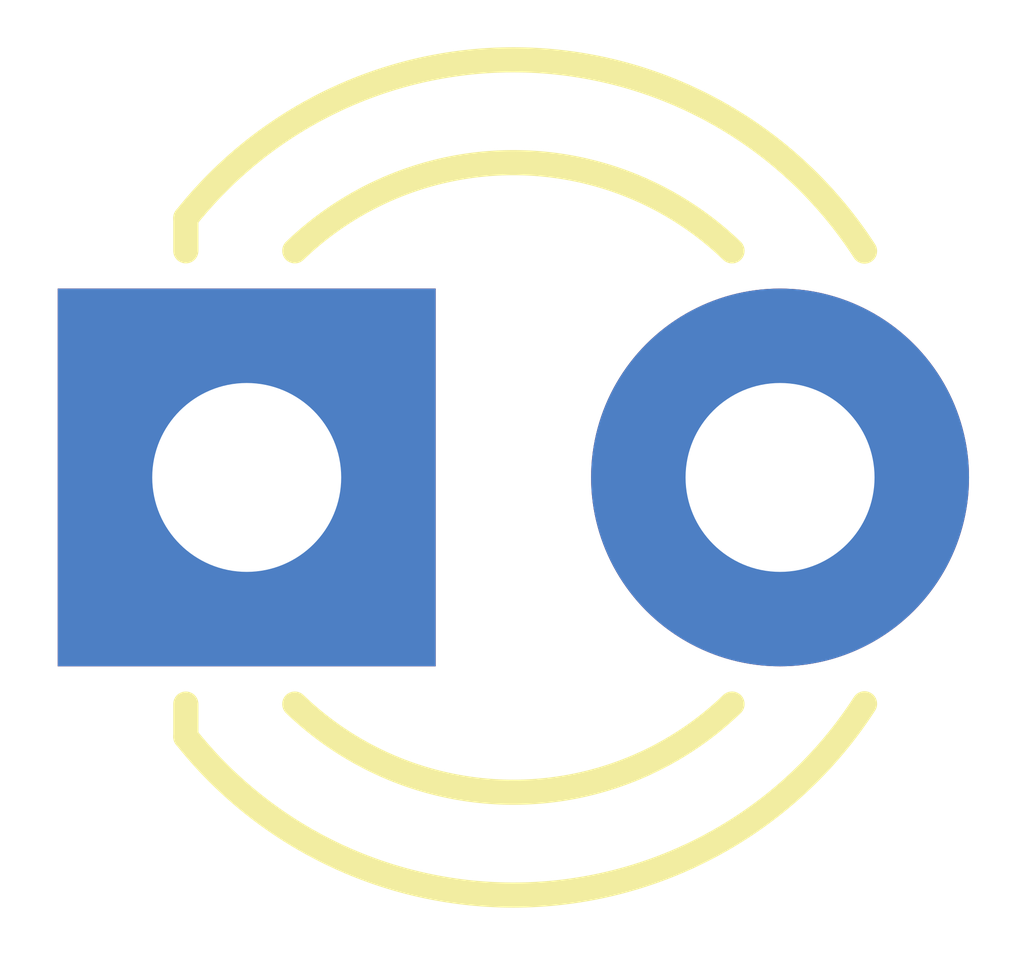
<source format=kicad_pcb>
(kicad_pcb (version 20171130) (host pcbnew "(5.1.9-0-10_14)")

  (general
    (thickness 1.6)
    (drawings 0)
    (tracks 0)
    (zones 0)
    (modules 1)
    (nets 3)
  )

  (page A4)
  (layers
    (0 F.Cu signal)
    (31 B.Cu signal)
    (32 B.Adhes user)
    (33 F.Adhes user)
    (34 B.Paste user)
    (35 F.Paste user)
    (36 B.SilkS user)
    (37 F.SilkS user)
    (38 B.Mask user)
    (39 F.Mask user)
    (40 Dwgs.User user)
    (41 Cmts.User user)
    (42 Eco1.User user)
    (43 Eco2.User user)
    (44 Edge.Cuts user)
    (45 Margin user)
    (46 B.CrtYd user hide)
    (47 F.CrtYd user hide)
    (48 B.Fab user hide)
    (49 F.Fab user hide)
  )

  (setup
    (last_trace_width 0.1524)
    (user_trace_width 0.1524)
    (user_trace_width 0.254)
    (user_trace_width 0.4064)
    (user_trace_width 0.635)
    (trace_clearance 0.1524)
    (zone_clearance 0.508)
    (zone_45_only no)
    (trace_min 0.1524)
    (via_size 0.6858)
    (via_drill 0.3048)
    (via_min_size 0.6858)
    (via_min_drill 0.3048)
    (uvia_size 0.3048)
    (uvia_drill 0.1524)
    (uvias_allowed no)
    (uvia_min_size 0.2)
    (uvia_min_drill 0.1)
    (edge_width 0.15)
    (segment_width 0.15)
    (pcb_text_width 0.3)
    (pcb_text_size 1.5 1.5)
    (mod_edge_width 0.15)
    (mod_text_size 1 1)
    (mod_text_width 0.15)
    (pad_size 1.524 1.524)
    (pad_drill 0.762)
    (pad_to_mask_clearance 0.2)
    (aux_axis_origin 0 0)
    (visible_elements FFFFFF7F)
    (pcbplotparams
      (layerselection 0x010fc_ffffffff)
      (usegerberextensions false)
      (usegerberattributes false)
      (usegerberadvancedattributes false)
      (creategerberjobfile false)
      (excludeedgelayer true)
      (linewidth 0.100000)
      (plotframeref false)
      (viasonmask false)
      (mode 1)
      (useauxorigin false)
      (hpglpennumber 1)
      (hpglpenspeed 20)
      (hpglpendiameter 15.000000)
      (psnegative false)
      (psa4output false)
      (plotreference true)
      (plotvalue true)
      (plotinvisibletext false)
      (padsonsilk false)
      (subtractmaskfromsilk false)
      (outputformat 1)
      (mirror false)
      (drillshape 1)
      (scaleselection 1)
      (outputdirectory ""))
  )

  (net 0 "")
  (net 1 GND)
  (net 2 "Net-(Pin0-Pad1)")

  (net_class Default "This is the default net class."
    (clearance 0.1524)
    (trace_width 0.1524)
    (via_dia 0.6858)
    (via_drill 0.3048)
    (uvia_dia 0.3048)
    (uvia_drill 0.1524)
    (diff_pair_width 0.1524)
    (diff_pair_gap 0.1524)
    (add_net GND)
    (add_net "Net-(Pin0-Pad1)")
  )

  (module LED_THT:LED_D3.0mm locked (layer F.Cu) (tedit 587A3A7B) (tstamp 608ACE48)
    (at -1.27 0)
    (descr "LED, diameter 3.0mm, 2 pins")
    (tags "LED diameter 3.0mm 2 pins")
    (path /5FD62DCA)
    (fp_text reference ZZ1 (at 1.27 -2.96) (layer F.SilkS) hide
      (effects (font (size 1 1) (thickness 0.15)))
    )
    (fp_text value LED (at 1.27 2.96) (layer F.Fab)
      (effects (font (size 1 1) (thickness 0.15)))
    )
    (fp_circle (center 1.27 0) (end 2.77 0) (layer F.Fab) (width 0.1))
    (fp_line (start -0.23 -1.16619) (end -0.23 1.16619) (layer F.Fab) (width 0.1))
    (fp_line (start -0.29 -1.236) (end -0.29 -1.08) (layer F.SilkS) (width 0.12))
    (fp_line (start -0.29 1.08) (end -0.29 1.236) (layer F.SilkS) (width 0.12))
    (fp_line (start -1.15 -2.25) (end -1.15 2.25) (layer F.CrtYd) (width 0.05))
    (fp_line (start -1.15 2.25) (end 3.7 2.25) (layer F.CrtYd) (width 0.05))
    (fp_line (start 3.7 2.25) (end 3.7 -2.25) (layer F.CrtYd) (width 0.05))
    (fp_line (start 3.7 -2.25) (end -1.15 -2.25) (layer F.CrtYd) (width 0.05))
    (fp_arc (start 1.27 0) (end -0.23 -1.16619) (angle 284.3) (layer F.Fab) (width 0.1))
    (fp_arc (start 1.27 0) (end -0.29 -1.235516) (angle 108.8) (layer F.SilkS) (width 0.12))
    (fp_arc (start 1.27 0) (end -0.29 1.235516) (angle -108.8) (layer F.SilkS) (width 0.12))
    (fp_arc (start 1.27 0) (end 0.229039 -1.08) (angle 87.9) (layer F.SilkS) (width 0.12))
    (fp_arc (start 1.27 0) (end 0.229039 1.08) (angle -87.9) (layer F.SilkS) (width 0.12))
    (pad 1 thru_hole rect (at 0 0) (size 1.8 1.8) (drill 0.9) (layers *.Cu *.Mask)
      (net 1 GND))
    (pad 2 thru_hole circle (at 2.54 0) (size 1.8 1.8) (drill 0.9) (layers *.Cu *.Mask)
      (net 2 "Net-(Pin0-Pad1)"))
    (model ${KISYS3DMOD}/LED_THT.3dshapes/LED_D3.0mm.wrl
      (at (xyz 0 0 0))
      (scale (xyz 1 1 1))
      (rotate (xyz 0 0 0))
    )
  )

)

</source>
